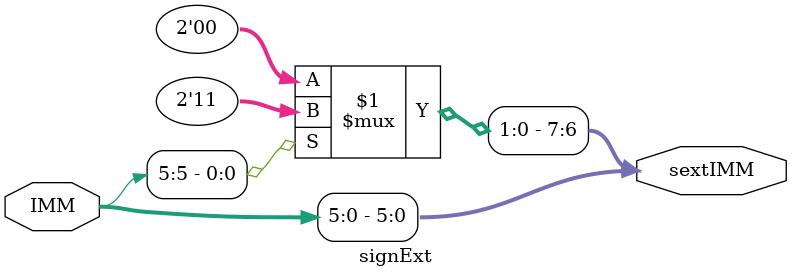
<source format=v>
module signExt(IMM, sextIMM);

	input [5:0] IMM;
	output [7:0] sextIMM;
	
	assign sextIMM[5:0] = IMM;
	assign sextIMM[7:6] = IMM[5] ? 2'b11 : 2'b00;

endmodule
</source>
